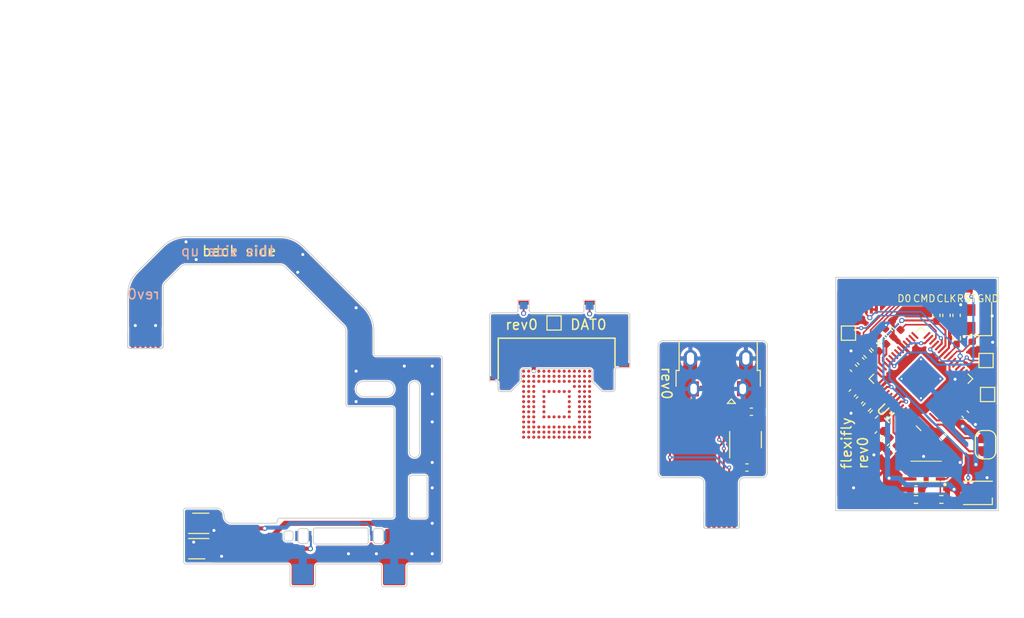
<source format=kicad_pcb>
(kicad_pcb (version 20221018) (generator pcbnew)

  (general
    (thickness 0.115)
  )

  (paper "A4")
  (layers
    (0 "F.Cu" signal)
    (31 "B.Cu" signal)
    (32 "B.Adhes" user "B.Adhesive")
    (33 "F.Adhes" user "F.Adhesive")
    (34 "B.Paste" user)
    (35 "F.Paste" user)
    (36 "B.SilkS" user "B.Silkscreen")
    (37 "F.SilkS" user "F.Silkscreen")
    (38 "B.Mask" user)
    (39 "F.Mask" user)
    (40 "Dwgs.User" user "User.Drawings")
    (41 "Cmts.User" user "User.Comments")
    (42 "Eco1.User" user "User.Eco1")
    (43 "Eco2.User" user "User.Eco2")
    (44 "Edge.Cuts" user)
    (45 "Margin" user)
    (46 "B.CrtYd" user "B.Courtyard")
    (47 "F.CrtYd" user "F.Courtyard")
    (48 "B.Fab" user)
    (49 "F.Fab" user)
    (50 "User.1" user)
    (51 "User.2" user)
    (52 "User.3" user)
    (53 "User.4" user)
    (54 "User.5" user)
    (55 "User.6" user)
    (56 "User.7" user)
    (57 "User.8" user)
    (58 "User.9" user)
  )

  (setup
    (stackup
      (layer "F.SilkS" (type "Top Silk Screen"))
      (layer "F.Paste" (type "Top Solder Paste"))
      (layer "F.Mask" (type "Top Solder Mask") (thickness 0.01))
      (layer "F.Cu" (type "copper") (thickness 0.035))
      (layer "dielectric 1" (type "core") (color "Polyimide") (thickness 0.025) (material "Polyimide") (epsilon_r 3.2) (loss_tangent 0.004))
      (layer "B.Cu" (type "copper") (thickness 0.035))
      (layer "B.Mask" (type "Bottom Solder Mask") (thickness 0.01))
      (layer "B.Paste" (type "Bottom Solder Paste"))
      (layer "B.SilkS" (type "Bottom Silk Screen"))
      (copper_finish "None")
      (dielectric_constraints no)
    )
    (pad_to_mask_clearance 0)
    (pcbplotparams
      (layerselection 0x00010fc_ffffffff)
      (plot_on_all_layers_selection 0x0000000_00000000)
      (disableapertmacros false)
      (usegerberextensions false)
      (usegerberattributes true)
      (usegerberadvancedattributes true)
      (creategerberjobfile true)
      (dashed_line_dash_ratio 12.000000)
      (dashed_line_gap_ratio 3.000000)
      (svgprecision 4)
      (plotframeref false)
      (viasonmask false)
      (mode 1)
      (useauxorigin false)
      (hpglpennumber 1)
      (hpglpenspeed 20)
      (hpglpendiameter 15.000000)
      (dxfpolygonmode true)
      (dxfimperialunits true)
      (dxfusepcbnewfont true)
      (psnegative false)
      (psa4output false)
      (plotreference true)
      (plotvalue true)
      (plotinvisibletext false)
      (sketchpadsonfab false)
      (subtractmaskfromsilk false)
      (outputformat 1)
      (mirror false)
      (drillshape 1)
      (scaleselection 1)
      (outputdirectory "")
    )
  )

  (net 0 "")
  (net 1 "+3V3")
  (net 2 "GND")
  (net 3 "/XIN")
  (net 4 "Net-(C3-Pad2)")
  (net 5 "+1V1")
  (net 6 "GND1")
  (net 7 "VBUS")
  (net 8 "/STATUS_LED")
  (net 9 "Net-(J6-Pin_3)")
  (net 10 "GND2")
  (net 11 "/QSPI_~{CS}")
  (net 12 "/~{USB_BOOT}")
  (net 13 "/XOUT")
  (net 14 "/USB_DP")
  (net 15 "/DP")
  (net 16 "/NX_CLK")
  (net 17 "Net-(U1-GPIO27_ADC1)")
  (net 18 "/NX_CMD")
  (net 19 "Net-(U1-GPIO28_ADC2)")
  (net 20 "/NX_D0")
  (net 21 "Net-(U1-GPIO29_ADC3)")
  (net 22 "/RP2040_~{USB_BOOT}")
  (net 23 "/TRAINING_RESET_A")
  (net 24 "/TRAINING_RESET_B")
  (net 25 "unconnected-(U1-GPIO2-Pad4)")
  (net 26 "unconnected-(U1-GPIO3-Pad5)")
  (net 27 "unconnected-(U1-GPIO4-Pad6)")
  (net 28 "unconnected-(U1-GPIO5-Pad7)")
  (net 29 "unconnected-(U1-GPIO6-Pad8)")
  (net 30 "unconnected-(U1-GPIO7-Pad9)")
  (net 31 "unconnected-(U1-GPIO8-Pad11)")
  (net 32 "unconnected-(U1-GPIO9-Pad12)")
  (net 33 "unconnected-(U1-GPIO10-Pad13)")
  (net 34 "unconnected-(U1-GPIO11-Pad14)")
  (net 35 "unconnected-(U1-GPIO12-Pad15)")
  (net 36 "unconnected-(U1-GPIO13-Pad16)")
  (net 37 "unconnected-(U1-GPIO14-Pad17)")
  (net 38 "/NX_CPU")
  (net 39 "/SWCLK")
  (net 40 "/SWD")
  (net 41 "/RUN")
  (net 42 "unconnected-(U1-GPIO17-Pad28)")
  (net 43 "unconnected-(U1-GPIO18-Pad29)")
  (net 44 "unconnected-(U1-GPIO19-Pad30)")
  (net 45 "unconnected-(U1-GPIO20-Pad31)")
  (net 46 "unconnected-(U1-GPIO21-Pad32)")
  (net 47 "unconnected-(U1-GPIO22-Pad34)")
  (net 48 "unconnected-(U1-GPIO23-Pad35)")
  (net 49 "unconnected-(U1-GPIO24-Pad36)")
  (net 50 "unconnected-(U1-GPIO25-Pad37)")
  (net 51 "/NX_RST")
  (net 52 "/QSPI_SD3")
  (net 53 "/QSPI_CLK")
  (net 54 "/QSPI_SD0")
  (net 55 "/QSPI_SD2")
  (net 56 "/QSPI_SD1")
  (net 57 "/D+")
  (net 58 "/D-")
  (net 59 "Net-(C16-Pad1)")
  (net 60 "Net-(C15-Pad1)")
  (net 61 "/DAT0")
  (net 62 "unconnected-(J3-ID-Pad4)")
  (net 63 "/USB_DN")
  (net 64 "/DN")
  (net 65 "unconnected-(C15-Pad2)")
  (net 66 "unconnected-(C16-Pad2)")
  (net 67 "unconnected-(J2-Pin_1-Pad1)")
  (net 68 "unconnected-(J2-Pin_2-Pad2)")
  (net 69 "unconnected-(J2-Pin_5-Pad5)")
  (net 70 "unconnected-(J2-Pin_6-Pad6)")
  (net 71 "unconnected-(D1-DOUT-Pad1)")

  (footprint "TestPoint:TestPoint_Pad_1.0x1.0mm" (layer "F.Cu") (at 167.25 52.5))

  (footprint "Capacitor_SMD:C_0402_1005Metric_Pad0.74x0.62mm_HandSolder" (layer "F.Cu") (at 178.75 60.5 135))

  (footprint "Capacitor_SMD:C_0402_1005Metric_Pad0.74x0.62mm_HandSolder" (layer "F.Cu") (at 168.35 59.1 45))

  (footprint "Capacitor_SMD:C_0402_1005Metric_Pad0.74x0.62mm_HandSolder" (layer "F.Cu") (at 177.9 50.75 -90))

  (footprint "Resistor_SMD:R_0402_1005Metric_Pad0.72x0.64mm_HandSolder" (layer "F.Cu") (at 171.95 51.75 -45))

  (footprint "TestPoint:TestPoint_Pad_1.0x1.0mm" (layer "F.Cu") (at 138.25 51.5))

  (footprint "Capacitor_SMD:C_0402_1005Metric_Pad0.74x0.62mm_HandSolder" (layer "F.Cu") (at 175.9 50.75 -90))

  (footprint "flexifly:FPC_1x06_P0.50mm" (layer "F.Cu") (at 154.75 71 180))

  (footprint "TestPoint:TestPoint_Pad_1.0x1.0mm" (layer "F.Cu") (at 177 48))

  (footprint "TestPoint:TestPoint_Pad_1.0x1.0mm" (layer "F.Cu") (at 181 48))

  (footprint "TestPoint:TestPoint_Pad_1.0x1.0mm" (layer "F.Cu") (at 180.8 55.2))

  (footprint "flexifly:HCTL_HC-FPC-05-09-6RLTAG_1x06-1MP_P0.50mm_Horizontal" (layer "F.Cu") (at 168.75 47.275 180))

  (footprint "flexifly:dat0_adapter" (layer "F.Cu") (at 138.5 56))

  (footprint "TestPoint:TestPoint_Pad_1.0x1.0mm" (layer "F.Cu") (at 179 48))

  (footprint "Capacitor_SMD:C_0402_1005Metric_Pad0.74x0.62mm_HandSolder" (layer "F.Cu") (at 171.6 63.95 45))

  (footprint "Crystal:Crystal_SMD_2520-4Pin_2.5x2.0mm" (layer "F.Cu") (at 179.95 51.1 90))

  (footprint "Capacitor_SMD:C_0402_1005Metric_Pad0.74x0.62mm_HandSolder" (layer "F.Cu") (at 170.2 62.55 45))

  (footprint "flexifly:FBGA_153_P0.50mm" (layer "F.Cu") (at 138.5 59.505))

  (footprint "Resistor_SMD:R_0402_1005Metric_Pad0.72x0.64mm_HandSolder" (layer "F.Cu") (at 169.75 60.5 45))

  (footprint "Capacitor_SMD:C_0402_1005Metric_Pad0.74x0.62mm_HandSolder" (layer "F.Cu") (at 176.55 62.75 135))

  (footprint "Capacitor_SMD:C_0402_1005Metric_Pad0.74x0.62mm_HandSolder" (layer "F.Cu") (at 157.25 65.75 180))

  (footprint "flexifly:W25QxxxxUXxx" (layer "F.Cu") (at 174.9 66.125))

  (footprint "Capacitor_SMD:C_0402_1005Metric_Pad0.74x0.62mm_HandSolder" (layer "F.Cu") (at 176.9 50.75 -90))

  (footprint "TestPoint:TestPoint_Pad_1.0x1.0mm" (layer "F.Cu") (at 180.95 58.55))

  (footprint "TestPoint:TestPoint_Pad_1.0x1.0mm" (layer "F.Cu") (at 175 48))

  (footprint "Capacitor_SMD:C_0402_1005Metric_Pad0.74x0.62mm_HandSolder" (layer "F.Cu") (at 171.25 52.45 -45))

  (footprint "Capacitor_SMD:C_0402_1005Metric_Pad0.74x0.62mm_HandSolder" (layer "F.Cu") (at 157.69 60.25))

  (footprint "TestPoint:TestPoint_Pad_1.0x1.0mm" (layer "F.Cu") (at 173 48))

  (footprint "flexifly:MicroFET_2x2" (layer "F.Cu") (at 103.25 73.75 90))

  (footprint "flexifly:Conn_BGA_shim" (layer "F.Cu") (at 136.25 56.25))

  (footprint "flexifly:SW_SPST_XKB_1187A-B-A-B" (layer "F.Cu") (at 151.54 62.935 -90))

  (footprint "Capacitor_SMD:C_0402_1005Metric_Pad0.74x0.62mm_HandSolder" (layer "F.Cu") (at 168.45 55.25 -45))

  (footprint "Jumper:SolderJumper-2_P1.3mm_Open_RoundedPad1.0x1.5mm" (layer "F.Cu") (at 180.75 63.5 -90))

  (footprint "Package_TO_SOT_SMD:SOT-23-3" (layer "F.Cu") (at 157.11 63 90))

  (footprint "Capacitor_SMD:C_0402_1005Metric_Pad0.74x0.62mm_HandSolder" (layer "F.Cu") (at 167.75 55.95 -45))

  (footprint "Capacitor_SMD:C_0402_1005Metric_Pad0.74x0.62mm_HandSolder" (layer "F.Cu") (at 180 53.35 180))

  (footprint "flexifly:MicroFET_2x2" (layer "F.Cu") (at 103.25 71.25 -90))

  (footprint "Resistor_SMD:R_0402_1005Metric_Pad0.72x0.64mm_HandSolder" (layer "F.Cu") (at 176.4 68.9 180))

  (footprint "flexifly:FPC_1x06_P0.50mm" (layer "F.Cu") (at 98 53.25 180))

  (footprint "LED_SMD:LED_WS2812B-2020_PLCC4_2.0x2.0mm" (layer "F.Cu") (at 180 68.25 180))

  (footprint "Capacitor_SMD:C_0402_1005Metric_Pad0.74x0.62mm_HandSolder" (layer "F.Cu") (at 170.9 63.25 45))

  (footprint "Capacitor_SMD:C_0402_1005Metric_Pad0.74x0.62mm_HandSolder" (layer "F.Cu") (at 173.9 67.9))

  (footprint "Capacitor_SMD:C_0402_1005Metric_Pad0.74x0.62mm_HandSolder" (layer "F.Cu") (at 167.65 58.4 -135))

  (footprint "Resistor_SMD:R_0402_1005Metric_Pad0.72x0.64mm_HandSolder" (layer "F.Cu") (at 173.9 68.9))

  (footprint "Resistor_SMD:R_0402_1005Metric_Pad0.72x0.64mm_HandSolder" (layer "F.Cu") (at 169.05 59.8 -135))

  (footprint "Connector_USB:USB_Micro-B_Amphenol_10103594-0001LF_Horizontal" (layer "F.Cu") (at 154.39 56.115 180))

  (footprint "Resistor_SMD:R_0402_1005Metric_Pad0.72x0.64mm_HandSolder" (layer "F.Cu") (at 170.55 53.15 -45))

  (footprint "Package_DFN_QFN:QFN-56-1EP_7x7mm_P0.4mm_EP3.2x3.2mm_ThermalVias" (layer "F.Cu")
    (tstamp e7f45774-d08a-4f03-8d66-d1688242d6b9)
    (at 174.384996 57 135)
    (descr "QFN, 56 Pin (https://datasheets.raspberrypi.com/rp2040/rp2040-datasheet.pdf#page=634), generated with kicad-footprint-generator ipc_noLead_generator.py")
    (tags "QFN NoLead")
    (property "LCSC" "C2040")
    (property "Sheetfile" "flexifly.kicad_sch")
    (property "Sheetname" "")
    (property "ki_description" "A microcontroller by Raspberry Pi")
    (property "ki_keywords" "RP2040 ARM Cortex-M0+ USB")
    (path "/dd501b88-a2a4-4a49-a466-47c7802fc005")
    (attr smd)
    (fp_text reference "U1" (at 0 -4.82 135) (layer "F.SilkS")
        (effects (font (size 1 1) (thickness 0.15)))
      (tstamp 16851bc1-8edd-4b5f-a9d7-54140a207225)
    )
    (fp_text value "RP2040" (at 0 4.82 135) (layer "F.Fab")
        (effects (font (size 1 1) (thickness 0.15)))
      (tstamp bdee8bb5-6f30-4228-a8c7-b5f1901765f5)
    )
    (fp_text user "${REFERENCE}" (at 0 0 135) (layer "F.Fab")
        (effects (font (size 1 1) (thickness 0.15)))
      (tstamp c083019f-9518-4c11-acd0-8ade8c2fea98)
    )
    (fp_line (start -3.61 3.61) (end -3.61 2.96)
      (stroke (width 0.12) (type solid)) (layer "F.SilkS") (tstamp 617609e6-7c4b-4aea-b3aa-df4b03d7097b))
    (fp_line (start -2.96 -3.61) (end -3.61 -3.61)
      (stroke (width 0.12) (type solid)) (layer "F.SilkS") (tstamp 36722bd8-fa4a-4de6-a760-3b93778496b7))
    (fp_line (start -2.96 3.61) (end -3.61 3.61)
      (stroke (width 0.12) (type solid)) (layer "F.SilkS") (tstamp 08fa1ee6-f534-4f22-b382-fd26f17343b3))
    (fp_line (start 2.96 -3.61) (end 3.61 -3.61)
      (stroke (width 0.12) (type solid)) (layer "F.SilkS") (tstamp b92c6181-1e6c-4e69-a063-07179bafd2df))
    (fp_line (start 2.96 3.61) (end 3.61 3.61)
      (stroke (width 0.12) (type solid)) (layer "F.SilkS") (tstamp c551fe3a-5ac7-470e-96d4-4ca4e3172996))
    (fp_line (start 3.61 -3.61) (end 3.61 -2.96)
      (stroke (width 0.12) (type solid)) (layer "F.SilkS") (tstamp baf9943f-d475-4ae6-9d00-81823f35fc32))
    (fp_line (start 3.61 3.61) (end 3.61 2.96)
      (stroke (width 0.12) (type solid)) (layer "F.SilkS") (tstamp dfe0fc3c-f903-4147-a89e-ee57eabebd99))
    (fp_line (start -4.12 -4.12) (end -4.12 4.12)
      (stroke (width 0.05) (type solid)) (layer "F.CrtYd") (tstamp 76e885ec-c526-41df-8e8a-2891204e6042))
    (fp_line (start -4.12 4.12) (end 4.12 4.12)
      (stroke (width 0.05) (type solid)) (layer "F.CrtYd") (tstamp 0ee9c7be-ec50-46a1-9842-7112c018361e))
    (fp_line (start 4.12 -4.12) (end -4.12 -4.12)
      (stroke (width 0.05) (type solid)) (layer "F.CrtYd") (tstamp 8eaf322f-b389-403c-82e8-7be832db8046))
    (fp_line (start 4.12 4.12) (end 4.12 -4.12)
      (stroke (width 0.05) (type solid)) (layer "F.CrtYd") (tstamp 980592c3-f607-4f3d-b92f-f6da472b7169))
    (fp_line (start -3.5 -2.5) (end -2.5 -3.5)
      (stroke (width 0.1) (type solid)) (layer "F.Fab") (tstamp d3b1a5e9-1e97-413b-a857-e9e8b2193e56))
    (fp_line (start -3.5 3.5) (end -3.5 -2.5)
      (stroke (width 0.1) (type solid)) (layer "F.Fab") (tstamp 918b1f4a-2337-4352-8121-82375de55a89))
    (fp_line (start -2.5 -3.5) (end 3.5 -3.5)
      (stroke (width 0.1) (type solid)) (layer "F.Fab") (tstamp e2ea371a-4209-4f00-84af-ee8d44dd4720))
    (fp_line (start 3.5 -3.5) (end 3.5 3.5)
      (stroke (width 0.1) (type solid)) (layer "F.Fab") (tstamp 80369277-5b83-44c1-a275-0eca0b62c504))
    (fp_line (start 3.5 3.5) (end -3.5 3.5)
      (stroke (width 0.1) (type solid)) (layer "F.Fab") (tstamp d17b8be0-b8d9-4ee6-acb1-7fc77784c384))
    (pad "" smd custom (at -0.675 -0.675 135) (size 1.117593 1.117593) (layers "F.Paste")
      (thermal_bridge_angle 45)
      (options (clearance outline) (anchor circle))
      (primitives
        (gr_poly
          (pts
            (xy -0.497915 -0.397045)
            (xy -0.397045 -0.497915)
            (xy 0.497915 -0.497915)
            (xy 0.497915 0.497915)
            (xy -0.497915 0.497915)
          )
          (width 0.243524) (fill yes))
      ) (tstamp 27d50fd7-afd0-46d5-a9f3-165ca11a1d86))
    (pad "" smd custom (at -0.675 0.675 135) (size 1.117593 1.117593) (layers "F.Paste")
      (thermal_bridge_angle 45)
      (options (clearance outline) (anchor circle))
      (primitives
        (gr_poly
          (pts
            (xy -0.497915 -0.497915)
            (xy 0.497915 -0.497915)
            (xy 0.497915 0.497915)
            (xy -0.397045 0.497915)
            (xy -0.497915 0.397045)
          )
          (width 0.243524) (fill yes))
      ) (tstamp c0f78abc-7e0b-411e-808f-93368360b053))
    (pad "" smd custom (at 0.675 -0.675 135) (size 1.117593 1.117593) (layers "F.Paste")
      (thermal_bridge_angle 45)
      (options (clearance outline) (anchor circle))
      (primitives
        (gr_poly
          (pts
            (xy -0.497915 -0.497915)
            (xy 0.397045 -0.497915)
            (xy 0.497915 -0.397045)
            (xy 0.497915 0.497915)
            (xy -0.497915 0.497915)
          )
          (width 0.243524) (fill yes))
      ) (tstamp c4ad51d8-9c75-4b80-a569-c8995e4b297a))
    (pad "" smd custom (at 0.675 0.675 135) (size 1.117593 1.117593) (layers "F.Paste")
      (thermal_bridge_angle 45)
      (options (clearance outline) (anchor circle))
      (primitives
        (gr_poly
          (pts
            (xy -0.497915 -0.497915)
            (xy 0.497915 -0.497915)
            (xy 0.497915 0.397045)
            (xy 0.397045 0.497915)
            (xy -0.497915 0.497915)
          )
          (width 0.243524) (fill yes))
      ) (tstamp 731ef6bf-fd8f-4260-810e-b7b97ff1d2ae))
    (pad "1" smd roundrect (at -3.4375 -2.6 135) (size 0.875 0.2) (layers "F.Cu" "F.Paste" "F.Mask") (roundrect_rratio 0.25)
      (net 1 "+3V3") (pinfunction "IOVDD") (pintype "power_in") (tstamp 080d6d63-791e-4649-ac73-0eb95119826e))
    (pad "2" smd roundrect (at -3.4375 -2.2 135) (size 0.875 0.2) (layers "F.Cu" "F.Paste" "F.Mask") (roundrect_rratio 0.25)
      (net 23 "/TRAINING_RESET_A") (pinfunction "GPIO0") (pintype "bidirectional") (tstamp bb6150b4-04b0-41f0-bf27-494632bcbdcd))
    (pad "3" smd roundrect (at -3.4375 -1.8 135) (size 0.875 0.2) (layers "F.Cu" "F.Paste" "F.Mask") (roundrect_rratio 0.25)
      (net 24 "/TRAINING_RESET_B") (pinfunction "GPIO1") (pintype "bidirectional") (tstamp 4b0f92cf-b8a1-4efd-ab8f-5baac023a5b3))
    (pad "4" smd roundrect (at -3.4375 -1.4 135) (size 0.875 0.2) (layers "F.Cu" "F.Paste" "F.Mask") (roundrect_rratio 0.25)
      (net 25 "unconnected-(U1-GPIO2-Pad4)") (pinfunction "GPIO2") (pintype "bidirectional+no_connect") (tstamp 9429a5be-167e-491b-9671-a33f777a62a3))
    (pad "5" smd roundrect (at -3.4375 -1 135) (size 0.875 0.2) (layers "F.Cu" "F.Paste" "F.Mask") (roundrect_rratio 0.25)
      (net 26 "unconnected-(U1-GPIO3-Pad5)") (pinfunction "GPIO3") (pintype "bidirectional+no_connect") (tstamp d66a9518-794b-4217-9df3-e355ae892b51))
    (pad "6" smd roundrect (at -3.4375 -0.6 135) (size 0.875 0.2) (layers "F.Cu" "F.Paste" "F.Mask") (roundrect_rratio 0.25)
      (net 27 "unconnected-(U1-GPIO4-Pad6)") (pinfunction "GPIO4") (pintype "bidirectional+no_connect") (tstamp b95ebbe2-3261-45af-a170-40a355a55840))
    (pad "7" smd roundrect (at -3.4375 -0.2 135) (size 0.875 0.2) (layers "F.Cu" "F.Paste" "F.Mask") (roundrect_rratio 0.25)
      (net 28 "unconnected-(U1-GPIO5-Pad7)") (pinfunction "GPIO5") (pintype "bidirectional+no_connect") (tstamp 5d0b601b-e682-4057-ba16-74dd84f88bf2))
    (pad "8" smd roundrect (at -3.4375 0.2 135) (size 0.875 0.2) (layers "F.Cu" "F.Paste" "F.Mask") (roundrect_rratio 0.25)
      (net 29 "unconnected-(U1-GPIO6-Pad8)") (pinfunction "GPIO6") (pintype "bidirectional+no_connect") (tstamp b7963a5e-6f40-48ff-8d8a-10cb416f48d3))
    (pad "9" smd roundrect (at -3.4375 0.6 135) (size 0.875 0.2) (layers "F.Cu" "F.Paste" "F.Mask") (roundrect_rratio 0.25)
      (net 30 "unconnected-(U1-GPIO7-Pad9)") (pinfunction "GPIO7") (pintype "bidirectional+no_connect") (tstamp 2c439d8f-68c9-4b49-a875-09a15a42a2bb))
    (pad "10" smd roundrect (at -3.4375 1 135) (size 0.875 0.2) (layers "F.Cu" "F.Paste" "F.Mask") (roundrect_rratio 0.25)
      (net 1 "+3V3") (pinfunction "IOVDD") (pintype "passive") (tstamp 2a52e4e9-a5f4-41d0-8c95-aaf5700f52b8))
    (pad "11" smd roundrect (at -3.4375 1.4 135) (size 0.875 0.2) (layers "F.Cu" "F.Paste" "F.Mask") (roundrect_rratio 0.25)
      (net 31 "unconnected-(U1-GPIO8-Pad11)") (pinfunction "GPIO8") (pintype "bidirectional+no_connect") (tstamp 7f0deae2-9de3-445a-9bd7-aad4a96cfc10))
    (pad "12" smd roundrect (at -3.4375 1.8 135) (size 0.875 0.2) (layers "F.Cu" "F.Paste" "F.Mask") (roundrect_rratio 0.25)
      (net 32 "unconnected-(U1-GPIO9-Pad12)") (pinfunction "GPIO9") (pintype "bidirectional+no_connect") (tstamp 1edeb919-e4b7-4391-bddc-b902e675fb28))
    (pad "13" smd roundrect (at -3.4375 2.2 135) (size 0.875 0.2) (layers "F.Cu" "F.Paste" "F.Mask") (roundrect_rratio 0.25)
      (net 33 "unconnected-(U1-GPIO10-Pad13)") (pinfunction "GPIO10") (pintype "bidirectional+no_connect") (tstamp 79ba256a-97f3-4e2d-936c-06385fe8c9e0))
    (pad "14" smd roundrect (at -3.4375 2.6 135) (size 0.875 0.2) (layers "F.Cu" "F.Paste" "F.Mask") (roundrect_rratio 0.25)
      (net 34 "unconnected-(U1-GPIO11-Pad14)") (pinfunction "GPIO11") (pintype "bidirectional+no_connect") (tstamp 2114ec64-6c33-4f6f-bdfc-6f34870d588b))
    (pad "15" smd roundrect (at -2.6 3.4375 135) (size 0.2 0.875) (layers "F.Cu" "F.Paste" "F.Mask") (roundrect_rratio 0.25)
      (net 35 "unconnected-(U1-GPIO12-Pad15)") (pinfunction "GPIO12") (pintype "bidirectional+no_connect") (tstamp 6e7f0819-da60-46e8-8426-eacad9e9ecdd))
    (pad "16" smd roundrect (at -2.2 3.4375 135) (size 0.2 0.875) (layers "F.Cu" "F.Paste" "F.Mask") (roundrect_rratio 0.25)
      (net 36 "unconnected-(U1-GPIO13-Pad16)") (pinfunction "GPIO13") (pintype "bidirectional+no_connect") (tstamp 16ac25a2-df05-4a46-965d-1fc01847de88))
    (pad "17" smd roundrect (at -1.8 3.4375 135) (size 0.2 0.875) (layers "F.Cu" "F.Paste" "F.Mask") (roundrect_rratio 0.25)
      (net 37 "unconnected-(U1-GPIO14-Pad17)") (pinfunction "GPIO14") (pintype "bidirectional+no_connect") (tstamp 1db7fcdd-4da7-4611-abe9-1af0a05a2c39))
    (pad "18" smd roundrect (at -1.4 3.4375 135) (size 0.2 0.875) (layers "F.Cu" "F.Paste" "F.Mask") (roundrect_rratio 0.25)
      (net 38 "/NX_CPU") (pinfunction "GPIO15") (pintype "bidirectional") (tstamp cfb86839-2371-446e-80ca-e9476afaee7c))
    (pad "19" smd roundrect (at -1 3.4375 135) (size 0.2 0.875) (layers "F.Cu" "F.Paste" "F.Mask") (roundrect_rratio 0.25)
      (net 2 "GND") (pinfunction "TESTEN") (pintype "input") (tstamp ab8a1cbc-b321-49a9-aedf-f67deed318e6))
    (pad "20" smd roundrect (at -0.6 3.4375 135) (size 0.2 0.875) (layers "F.Cu" "F.Paste" "F.Mask") (roundrect_rratio 0.25)
      (net 3 "/XIN") (pinfunction "XIN") (pintype "input") (tstamp 3f3244cc-b859-4766-9f49-eb2d2f37342d))
    (pad "21" smd roundrect (at -0.2 3.4375 135) (size 0.2 0.875) (layers "F.Cu" "F.Paste" "F.Mask") (roundrect_rratio 0.25)
      (net 13 "/XOUT") (pinfunction "XOUT") (pintype "passive") (tstamp 427d78b7-2263-422d-b060-3edcb4d4722c))
    (pad "22" smd roundrect (at 0.2 3.4375 135) (size 0.2 0.875) (layers "F.Cu" "F.Paste" "F.Mask") (roundrect_rratio 0.25)
      (net 1 "+3V3") (pinfunction "IOVDD") (pintype "passive") (tstamp e4d14003-523a-4ec3-8c7c-ded5dd9b766b))
    (pad "23" smd roundrect (at 0.6 3.4375 135) (size 0.2 0.875) (layers "F.Cu" "F.Paste" "F.Mask") (roundrect_rratio 0.25)
      (net 5 "+1V1") (pinfunction "DVDD") (pintype "power_in") (tstamp cf5ba3c1-3c06-4c98-a627-a82d6efc6ebd))
    (pad "24" smd roundrect (at 1 3.4375 135) (size 0.2 0.875) (layers "F.Cu" "F.Paste" "F.Mask") (roundrect_rratio 0.25)
      (net 39 "/SWCLK") (pinfunction "SWCLK") (pintype "input") (tstamp 8627ccf5-f5ea-4dd4-abc2-39d0efb40b63))
    (pad "25" smd roundrect (at 1.4 3.4375 135) (size 0.2 0.875) (layers "F.Cu" "F.Paste" "F.Mask") (roundrect_rratio 0.25)
      (net 40 "/SWD") (pinfunction "SWD") (pintype "bidirectional") (tstamp 7f93cd2f-6e59-4b14-bffd-2185a4269af4))
    (pad "26" smd roundrect (at 1.8 3.4375 135) (size 0.2 0.875) (layers "F.Cu" "F.Paste" "F.Mask") (roundrect_rratio 0.25)
      (net 41 "/RUN") (pinfunction "RUN") (pintype "input") (tstamp 72a8f676-917b-4ab2-bcee-32f9c1b6a24f))
    (pad "27" smd roundrect (at 2.2 3.4375 135) (size 0.2 0.875) (layers "F.Cu" "F.Paste" "F.Mask") (roundrect_rratio 0.25)
      (net 8 "/STATUS_LED") (pinfunction "GPIO16") (pintype "bidirectional") (tstamp bfbb732a-21da-43c2-83ef-e16c6a3c3a31))
    (pad "28" smd roundrect (at 2.6 3.4375 135) (size 0.2 0.875) (layers "F.Cu" "F.Paste" "F.Mask") (roundrect_rratio 0.25)
      (net 42 "unconnected-(U1-GPIO17-Pad28)") (pinfunction "GPIO17") (pintype "bidirectional+no_connect") (tstamp 997bc59d-d667-456b-b15c-163a8245693e))
    (pad "29" smd roundrect (at 3.4375 2.6 135) (size 0.875 0.2) (layers "F.Cu" "F.Paste" "F.Mask") (roundrect_rratio 0.25)
      (net 43 "unconnected-(U1-GPIO18-Pad29)") (pinfunction "GPIO18") (pintype "bidirectional+no_connect") (tstamp a2be9a8f-cb45-4dba-9f48-f23462e0af5d))
    (pad "30" smd roundrect (at 3.4375 2.2 135) (size 0.875 0.2) (layers "F.Cu" "F.Paste" "F.Mask") (roundrect_rratio 0.25)
      (net 44 "unconnected-(U1-GPIO19-Pad30)") (pinfunction "GPIO19") (pintype "bidirectional+no_connect") (tstamp 53cbc97f-d0ad-44f9-b866-a723a2a9c11a))
    (pad "31" smd roundrect (at 3.4375 1.8 135) (size 0.875 0.2) (layers "F.Cu" "F.Paste" "F.Mask") (roundrect_rratio 0.25)
      (net 45 "unconnected-(U1-GPIO20-Pad31)") (pinfunction "GPIO20") (pintype "bidirectional+no_connect") (tstamp 5bd5c1e9-7997-403e-9162-5c5432c03f91))
    (pad "32" smd roundrect (at 3.4375 1.4 135) (size 0.875 0.2) (layers "F.Cu" "F.Paste" "F.Mask") (roundrect_rratio 0.25)
      (net 46 "unconnected-(U1-GPIO21-Pad32)") (pinfunction "GPIO21") (pintype "bidirectional+no_connect") (tstamp 5a1c1d56-0d55-47ad-9436-93ac1f467dc2))
    (pad "33" smd roundrect (at 3.4375 1 135) (size 0.875 0.2) (layers "F.Cu" "F.Paste" "F.Mask") (roundrect_rratio 0.25)
      (net 1 "+3V3") (pinfunction "IOVDD") (pintype "passive") (tstamp 334141c7-b9fd-43db-bb91-587ef4c2debe))
    (pad "34" smd roundrect (at 3.4375 0.6 135) (size 0.875 0.2) (layers "F.Cu" "F.Paste" "F.Mask") (roundrect_rratio 0.25)
      (net 47 "unconnected-(U1-GPIO22-Pad34)") (pinfunction "GPIO22") (pintype "bidirectional+no_connect") (tstamp 8eba69f5-1be4-4253-bc39-0a6adbbc25a4))
    (pad "35" smd roundrect (at 3.4375 0.2 135) (size 0.875 0.2) (layers "F.Cu" "F.Paste" "F.Mask") (roundrect_rratio 0.25)
      (net 48 "unconnected-(U1-GPIO23-Pad35)") (pinfunction "GPIO23") (pintype "bidirectional+no_connect") (tstamp 677c5135-6179-4ca9-a24f-0cf786c481dd))
    (pad "36" smd roundrect (at 3.4375 -0.2 135) (size 0.875 0.2) (layers "F.Cu" "F.Paste" "F.Mask") (roundrect_rratio 0.25)
      (net 49 "unconnected-(U1-GPIO24-Pad36)") (pinfunction "GPIO24") (pintype "bidirectional+no_connect") (tstamp f11ac1ee-adf6-4c6c-96f2-c32866500b47))
    (pad "37" smd roundrect (at 3.4375 -0.6 135) (size 0.875 0.2) (layers "F.Cu" "F.Paste" "F.Mask") (roundrect_rratio 0.25)
      (net 50 "unconnected-(U1-GPIO25-Pad37)") (pinfunction "GPIO25") (pintype "bidirectional+no_connect") (tstamp a16f781b-8ae4-4ff5-9464-9dcebc9a8787))
    (pad "38" smd roundrect (at 3.4375 -1 135) (size 0.875 0.2) (layers "F.Cu" "F.Paste" "F.Mask") (roundrect_rratio 0.25)
      (net 51 "/NX_RST") (pinfunction "GPIO26_ADC0") (pintype "bidirectional") (tstamp db9163da-3439-42bf-a233-1eb3859f02f7))
    (pad "39" smd roundrect (at 3.4375 -1.4 135) (size 0.875 0.2) (layers "F.Cu" "F.Paste" "F.Mask") (roundrect_rratio 0.25)
      (net 17 "Net-(U1-GPIO27_ADC1)") (pinfunction "GPIO27_ADC1") (pintype "bidirectional") (tstamp 3241ab0d-2fae-46cc-ae49-3de3da30b70d))
    (pad "40" smd roundrect (at 3.4375 -1.8 135) (size 0.875 0.2) (layers "F.Cu" "F.Paste" "F.Mask") (roundrect_rratio 0.25)
      (net 19 "Net-(U1-GPIO28_ADC2)") (pinfunction "GPIO28_ADC2") (pintype "bidirectional") (tstamp 8d5f41c3-748f-46a6-8c51-5e78004b5c5e))
    (pad "41" smd roundrect (at 3.4375 -2.2 135) (size 0.875 0.2) (layers "F.Cu" "F.Paste" "F.Mask") (roundrect_rratio 0.25)
      (net 21 "Net-(U1-GPIO29_ADC3)") (pinfunction "GPIO29_ADC3") (pintype "bidirectional") (tstamp d145ff56-10e0-4537-b4ea-96250f597cad))
    (pad "42" smd roundrect (at 3.4375 -2.6 135) (size 0.875 0.2) (layers "F.Cu" "F.Paste" "F.Mask") (roundrect_rratio 0.25)
      (net 1 "+3V3") (pinfunction "IOVDD") (pintype "passive") (tstamp 56f2272d-12f7-4608-92ea-45008e04232c))
    (pad "43" smd roundrect (at 2.6 -3.4375 135) (size 0.2 0.875) (layers "F.Cu" "F.Paste" "F.Mask") (roundrect_rratio 0.25)
      (net 1 "+3V3") (pinfunction "ADC_AVDD") (pintype "power_in") (tstamp ed4b7542-a089-4788-8823-3ea0b7cbc2d8))
    (pad "44" smd roundrect (at 2.2 -3.4375 135) (size 0.2 0.875) (layers "F.Cu" "F.Paste" "F.Mask") (roundrect_rratio 0.25)
      (net 1 "+3V3") (pinfunction "VREG_IN") (pintype "power_in") (tstamp da543d68-4b17-4941-a902-4676da84246a))
    (pad "45" smd roundrect (at 1.8 -3.4375 135) (size 0.2 0.875) (layers "F.Cu" "F.Paste" "F.Mask") (roundrect_rratio 0.25)
      (net 5 "+1V1") (pinfunction "VREG_VOUT") (pintype "power_out") (tstamp 1e42c1d0-87e8-44ec-8a9b-141981d1c3ed))
    (pad "46" smd roundrect (at 1.4 -3.4375 135) (size 0.2 0.875) (layers "F.Cu" "F.Paste" "F.Mask") (roundrect_rratio 0.25)
      (net 64 "/DN") (pinfunction "USB_DM") (pintype "bidirectional") (tstamp 1949e17d-9502-45a0-81c5-e02af6a1ca23))
    (pad "47" smd roundrect (at 1 -3.4375 135) (size 0.2 0.875) (layers "F.Cu" "F.Paste" "F.Mask") (roundrect_rratio 0.25)
      (net 15 "/DP") (pinfunction "USB_DP") (pintype "bidirectional") (tstamp 89908879-a997-40e5-b4c6-8e09765cc63b))
    (pad "48" smd roundrect (at 0.6 -3.4375 135) (size 0.2 0.875) (layers "F.Cu" "F.Paste" "F.Mask") (roundrect_rratio 0.25)
      (net 1 "+3V3") (pinfunction "USB_VDD") (pintype "power_in") (tstamp 190d3b29-1aeb-4a51-971e-fcb49f8096ed))
    (pad "49" smd roundrect (at 0.2 -3.4375 135) (size 0.2 0.875) (layers "F.Cu" "F.Paste" "F.Mask") (roundrect_rratio 0.25)
      (net 1 "+3V3") (pinfunction "IOVDD") (pintype "passive") (tstamp 4733d2c0-a3a0-4d27-a75f-da711cd5cb1b))
    (pad "50" smd roundrect (at -0.2 -3.4375 135) (size 0.2 0.875) (layers "F.Cu" "F.Paste" "F.Mask") (roundrect_rratio 0.25)
      (net 5 "+1V1") (pinfunction "DVDD") (pintype "passive") (tstamp 1ea747e0-fd06-4a0a-a007-16fa18339726))
    (pad "51" smd roundrect (at -0.6 -3.4375 135) (size 0.2 0.875) (layers "F.Cu" "F.Paste" "F.Mask") (roundrect_rratio 0.25)
      (net 52 "/QSPI_SD3") (pinfunction "QSPI_SD3") (pintype "bidirectional") (tstamp c4554e9b-c6e4-4701-a53c-b59dfc953c50))
    (pad "52" smd roundrect (at -1 -3.4375 135) (size 0.2 0.875) (layers "F.Cu" "F.Paste" "F.Mask") (roundrect_rratio 0.25)
      (net 53 "/QSPI_CLK") (pinfunction "QSPI_SCLK") (pintype "output") (tstamp 8368dfe2-a2b0-411f-8d02-6610bbbf528d))
    (pad "53" smd roundrect (at -1.4 -3.4375 135) (size 0.2 0.875) (layers "F.Cu" "F.Paste" "F.Mask") (roundrect_rratio 0.25)
      (net 54 "/QSPI_SD0") (pinfunction "QSPI_SD0") (pintype "bidirectional") (tstamp 14e9f487-963d-4af5-a273-2bbdf681918f))
    (pad "54" smd roundrect (at -1.8 -3.4375 135) (size 0.2 0.875) (layers "F.Cu" "F.Paste" "F.Mask") (roundrect_rratio 0.25)
      (net 55 "/QSPI_SD2") (pinfunction "QSPI_SD2") (pintype "bidirectional") (tstamp 5154f2d6-b9b8-4882-8104-5ddf179e9171))
    (pad "55" smd roundrect (at -2.2 -3.4375 135) (size 0.2 0.875) (layers "F.Cu" "F.Paste" "F.Mask") (roundrect_rratio 0.25)
      (net 56 "/QSPI_SD1") (pinfunction "QSPI_SD1") (pintype "bidirectional") (tstamp 22ff1f0a-a6d5-46e2-880e-7563ebe8d538))
    (pad "56" smd roundrect (at -2.6 -3.4375 135) (size 0.2 0.875) (layers "F.Cu" "F.Paste" "F.Mask") (roundrect_rratio 0.25)
      (net 11 "/QSPI_~{CS}") (pinfunction "QSPI_SS") (pintype "bidirectional") (tstamp dc10ad8f-9ad8-4f65-a658-9c0aa8300638))
    (pad "57" thru_hole circle (at -1.35 -1.35 135) (size 0.5 0.5) (drill 0.2) (layers "*.Cu")
      (net 2 "GND") (pinfunction "GND") (pintype "power_in") (tstamp fd0f6e56-1831-4c76-97ad-b2ee277550eb))
    (pad "57" thru_hole circle (at -1.35 1.35 135) (size 0.5 0.5) (drill 0.2) (layers "*.Cu")
      (net 2 "GND") (pinfun
... [380439 chars truncated]
</source>
